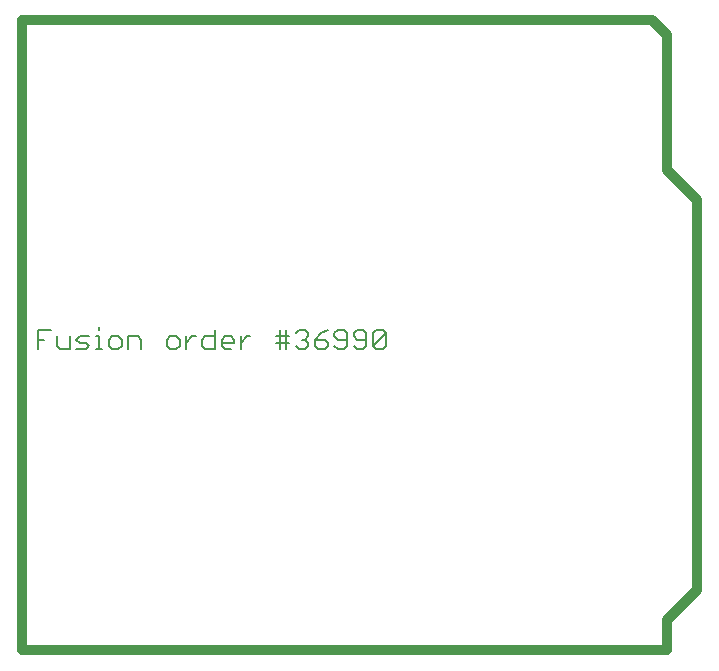
<source format=gbo>
G75*
G70*
%OFA0B0*%
%FSLAX24Y24*%
%IPPOS*%
%LPD*%
%AMOC8*
5,1,8,0,0,1.08239X$1,22.5*
%
%ADD10C,0.0320*%
%ADD11C,0.0060*%
D10*
X007206Y000504D02*
X007206Y021504D01*
X028206Y021504D01*
X028706Y021004D01*
X028706Y016504D01*
X029706Y015504D01*
X029706Y002504D01*
X028706Y001504D01*
X028706Y000504D01*
X007206Y000504D01*
D11*
X007736Y010534D02*
X007736Y011174D01*
X008163Y011174D01*
X008381Y010961D02*
X008381Y010641D01*
X008488Y010534D01*
X008808Y010534D01*
X008808Y010961D01*
X009025Y010854D02*
X009132Y010961D01*
X009452Y010961D01*
X009670Y010961D02*
X009777Y010961D01*
X009777Y010534D01*
X009883Y010534D02*
X009670Y010534D01*
X009452Y010641D02*
X009346Y010747D01*
X009132Y010747D01*
X009025Y010854D01*
X009025Y010534D02*
X009346Y010534D01*
X009452Y010641D01*
X010100Y010641D02*
X010206Y010534D01*
X010420Y010534D01*
X010527Y010641D01*
X010527Y010854D01*
X010420Y010961D01*
X010206Y010961D01*
X010100Y010854D01*
X010100Y010641D01*
X010744Y010534D02*
X010744Y010961D01*
X011064Y010961D01*
X011171Y010854D01*
X011171Y010534D01*
X012033Y010641D02*
X012140Y010534D01*
X012353Y010534D01*
X012460Y010641D01*
X012460Y010854D01*
X012353Y010961D01*
X012140Y010961D01*
X012033Y010854D01*
X012033Y010641D01*
X012678Y010747D02*
X012891Y010961D01*
X012998Y010961D01*
X013215Y010854D02*
X013321Y010961D01*
X013642Y010961D01*
X013642Y011174D02*
X013642Y010534D01*
X013321Y010534D01*
X013215Y010641D01*
X013215Y010854D01*
X012678Y010961D02*
X012678Y010534D01*
X013859Y010641D02*
X013859Y010854D01*
X013966Y010961D01*
X014180Y010961D01*
X014286Y010854D01*
X014286Y010747D01*
X013859Y010747D01*
X013859Y010641D02*
X013966Y010534D01*
X014180Y010534D01*
X014504Y010534D02*
X014504Y010961D01*
X014717Y010961D02*
X014824Y010961D01*
X014717Y010961D02*
X014504Y010747D01*
X015685Y010747D02*
X016112Y010747D01*
X016112Y010961D02*
X016006Y010961D01*
X015685Y010961D01*
X015792Y011174D02*
X015792Y010534D01*
X016006Y010534D02*
X016006Y011174D01*
X016330Y011068D02*
X016437Y011174D01*
X016650Y011174D01*
X016757Y011068D01*
X016757Y010961D01*
X016650Y010854D01*
X016757Y010747D01*
X016757Y010641D01*
X016650Y010534D01*
X016437Y010534D01*
X016330Y010641D01*
X016543Y010854D02*
X016650Y010854D01*
X016974Y010854D02*
X016974Y010641D01*
X017081Y010534D01*
X017295Y010534D01*
X017401Y010641D01*
X017401Y010747D01*
X017295Y010854D01*
X016974Y010854D01*
X017188Y011068D01*
X017401Y011174D01*
X017619Y011068D02*
X017619Y010961D01*
X017726Y010854D01*
X018046Y010854D01*
X018046Y010641D02*
X017939Y010534D01*
X017726Y010534D01*
X017619Y010641D01*
X017619Y011068D02*
X017726Y011174D01*
X017939Y011174D01*
X018046Y011068D01*
X018046Y010641D01*
X018264Y010641D02*
X018370Y010534D01*
X018584Y010534D01*
X018691Y010641D01*
X018691Y011068D01*
X018584Y011174D01*
X018370Y011174D01*
X018264Y011068D01*
X018264Y010961D01*
X018370Y010854D01*
X018691Y010854D01*
X018908Y010641D02*
X019335Y011068D01*
X019335Y010641D01*
X019228Y010534D01*
X019015Y010534D01*
X018908Y010641D01*
X018908Y011068D01*
X019015Y011174D01*
X019228Y011174D01*
X019335Y011068D01*
X009777Y011174D02*
X009777Y011281D01*
X007950Y010854D02*
X007736Y010854D01*
M02*

</source>
